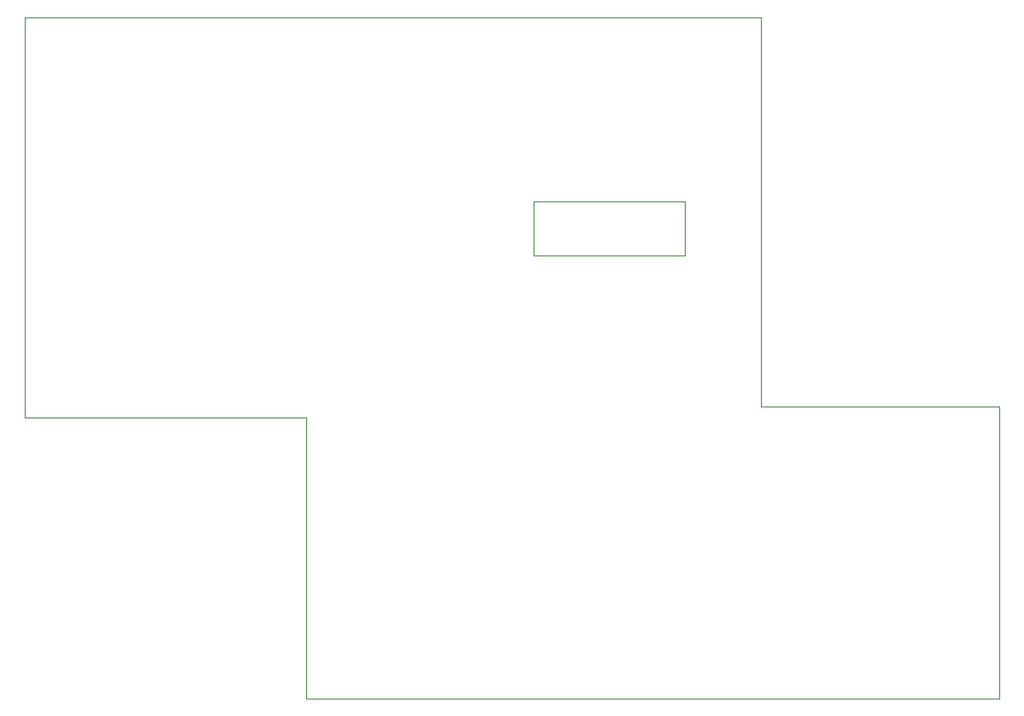
<source format=gm1>
%TF.GenerationSoftware,KiCad,Pcbnew,5.1.6-c6e7f7d~86~ubuntu20.04.1*%
%TF.CreationDate,2020-09-07T12:19:27+02:00*%
%TF.ProjectId,Measurment,4d656173-7572-46d6-956e-742e6b696361,rev?*%
%TF.SameCoordinates,Original*%
%TF.FileFunction,Profile,NP*%
%FSLAX46Y46*%
G04 Gerber Fmt 4.6, Leading zero omitted, Abs format (unit mm)*
G04 Created by KiCad (PCBNEW 5.1.6-c6e7f7d~86~ubuntu20.04.1) date 2020-09-07 12:19:27*
%MOMM*%
%LPD*%
G01*
G04 APERTURE LIST*
%TA.AperFunction,Profile*%
%ADD10C,0.050000*%
%TD*%
G04 APERTURE END LIST*
D10*
X31500000Y-41500000D02*
X99500000Y-41500000D01*
X78500000Y-58500000D02*
X92500000Y-58500000D01*
X78500000Y-63500000D02*
X78500000Y-58500000D01*
X92500000Y-63500000D02*
X78500000Y-63500000D01*
X92500000Y-58500000D02*
X92500000Y-63500000D01*
X31500000Y-78500000D02*
X31500000Y-41500000D01*
X57500000Y-78500000D02*
X31500000Y-78500000D01*
X57500000Y-104500000D02*
X57500000Y-78500000D01*
X121500000Y-104500000D02*
X57500000Y-104500000D01*
X121500000Y-77500000D02*
X121500000Y-104500000D01*
X99500000Y-77500000D02*
X121500000Y-77500000D01*
X99500000Y-41500000D02*
X99500000Y-77500000D01*
M02*

</source>
